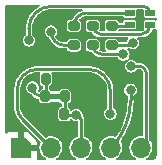
<source format=gbr>
%TF.GenerationSoftware,KiCad,Pcbnew,(6.0.5-0)*%
%TF.CreationDate,2022-06-27T15:27:31+01:00*%
%TF.ProjectId,Generic0,47656e65-7269-4633-902e-6b696361645f,1*%
%TF.SameCoordinates,Original*%
%TF.FileFunction,Copper,L2,Bot*%
%TF.FilePolarity,Positive*%
%FSLAX46Y46*%
G04 Gerber Fmt 4.6, Leading zero omitted, Abs format (unit mm)*
G04 Created by KiCad (PCBNEW (6.0.5-0)) date 2022-06-27 15:27:31*
%MOMM*%
%LPD*%
G01*
G04 APERTURE LIST*
G04 Aperture macros list*
%AMRoundRect*
0 Rectangle with rounded corners*
0 $1 Rounding radius*
0 $2 $3 $4 $5 $6 $7 $8 $9 X,Y pos of 4 corners*
0 Add a 4 corners polygon primitive as box body*
4,1,4,$2,$3,$4,$5,$6,$7,$8,$9,$2,$3,0*
0 Add four circle primitives for the rounded corners*
1,1,$1+$1,$2,$3*
1,1,$1+$1,$4,$5*
1,1,$1+$1,$6,$7*
1,1,$1+$1,$8,$9*
0 Add four rect primitives between the rounded corners*
20,1,$1+$1,$2,$3,$4,$5,0*
20,1,$1+$1,$4,$5,$6,$7,0*
20,1,$1+$1,$6,$7,$8,$9,0*
20,1,$1+$1,$8,$9,$2,$3,0*%
%AMOutline5P*
0 Free polygon, 5 corners , with rotation*
0 The origin of the aperture is its center*
0 number of corners: always 5*
0 $1 to $10 corner X, Y*
0 $11 Rotation angle, in degrees counterclockwise*
0 create outline with 5 corners*
4,1,5,$1,$2,$3,$4,$5,$6,$7,$8,$9,$10,$1,$2,$11*%
%AMOutline6P*
0 Free polygon, 6 corners , with rotation*
0 The origin of the aperture is its center*
0 number of corners: always 6*
0 $1 to $12 corner X, Y*
0 $13 Rotation angle, in degrees counterclockwise*
0 create outline with 6 corners*
4,1,6,$1,$2,$3,$4,$5,$6,$7,$8,$9,$10,$11,$12,$1,$2,$13*%
%AMOutline7P*
0 Free polygon, 7 corners , with rotation*
0 The origin of the aperture is its center*
0 number of corners: always 7*
0 $1 to $14 corner X, Y*
0 $15 Rotation angle, in degrees counterclockwise*
0 create outline with 7 corners*
4,1,7,$1,$2,$3,$4,$5,$6,$7,$8,$9,$10,$11,$12,$13,$14,$1,$2,$15*%
%AMOutline8P*
0 Free polygon, 8 corners , with rotation*
0 The origin of the aperture is its center*
0 number of corners: always 8*
0 $1 to $16 corner X, Y*
0 $17 Rotation angle, in degrees counterclockwise*
0 create outline with 8 corners*
4,1,8,$1,$2,$3,$4,$5,$6,$7,$8,$9,$10,$11,$12,$13,$14,$15,$16,$1,$2,$17*%
G04 Aperture macros list end*
%TA.AperFunction,ComponentPad*%
%ADD10Outline5P,-0.850000X0.850000X0.850000X0.850000X0.850000X-0.850000X-0.340000X-0.850000X-0.850000X-0.340000X180.000000*%
%TD*%
%TA.AperFunction,ComponentPad*%
%ADD11O,1.700000X1.700000*%
%TD*%
%TA.AperFunction,SMDPad,CuDef*%
%ADD12RoundRect,0.200000X-0.275000X0.200000X-0.275000X-0.200000X0.275000X-0.200000X0.275000X0.200000X0*%
%TD*%
%TA.AperFunction,SMDPad,CuDef*%
%ADD13RoundRect,0.200000X0.200000X0.275000X-0.200000X0.275000X-0.200000X-0.275000X0.200000X-0.275000X0*%
%TD*%
%TA.AperFunction,SMDPad,CuDef*%
%ADD14R,0.850000X0.500000*%
%TD*%
%TA.AperFunction,ViaPad*%
%ADD15C,0.800000*%
%TD*%
%TA.AperFunction,Conductor*%
%ADD16C,0.250000*%
%TD*%
G04 APERTURE END LIST*
%TO.C,R4*%
G36*
X98300000Y-46750000D02*
G01*
X97300000Y-46750000D01*
X97300000Y-46350000D01*
X98300000Y-46350000D01*
X98300000Y-46750000D01*
G37*
%TD*%
D10*
%TO.P,J1,1,GND*%
%TO.N,GND*%
X94920000Y-50900000D03*
D11*
%TO.P,J1,2,0*%
%TO.N,GPIO0*%
X97460000Y-50900000D03*
%TO.P,J1,3,3V3*%
%TO.N,+3V3*%
X100000000Y-50900000D03*
%TO.P,J1,4,Rx*%
%TO.N,RX*%
X102540000Y-50900000D03*
%TO.P,J1,5,Tx*%
%TO.N,TX*%
X105080000Y-50900000D03*
%TD*%
D12*
%TO.P,R2,1*%
%TO.N,Net-(D1-Pad3)*%
X102600000Y-40575000D03*
%TO.P,R2,2*%
%TO.N,G*%
X102600000Y-42225000D03*
%TD*%
D13*
%TO.P,C1,1*%
%TO.N,GND*%
X98575000Y-45050000D03*
%TO.P,C1,2*%
%TO.N,EN*%
X97025000Y-45050000D03*
%TD*%
D12*
%TO.P,R1,1*%
%TO.N,Net-(D1-Pad2)*%
X99400000Y-40575000D03*
%TO.P,R1,2*%
%TO.N,R*%
X99400000Y-42225000D03*
%TD*%
%TO.P,R3,1*%
%TO.N,Net-(D1-Pad4)*%
X101000000Y-40575000D03*
%TO.P,R3,2*%
%TO.N,B*%
X101000000Y-42225000D03*
%TD*%
D13*
%TO.P,R4,1*%
%TO.N,+3V3*%
X98625000Y-46550000D03*
%TO.P,R4,2*%
%TO.N,EN*%
X96975000Y-46550000D03*
%TD*%
D14*
%TO.P,D1,1,A*%
%TO.N,+3V3*%
X105875000Y-39500000D03*
%TO.P,D1,2,RK*%
%TO.N,Net-(D1-Pad2)*%
X104125000Y-39500000D03*
%TO.P,D1,3,GK*%
%TO.N,Net-(D1-Pad3)*%
X104125000Y-40500000D03*
%TO.P,D1,4,BK*%
%TO.N,Net-(D1-Pad4)*%
X105875000Y-40500000D03*
%TD*%
D13*
%TO.P,C2,1*%
%TO.N,+3V3*%
X98575000Y-48050000D03*
%TO.P,C2,2*%
%TO.N,GND*%
X97025000Y-48050000D03*
%TD*%
D15*
%TO.N,GND*%
X95400000Y-47400000D03*
X94800000Y-40000000D03*
X95600000Y-43200000D03*
%TO.N,TX*%
X104250000Y-44000000D03*
%TO.N,RX*%
X104200000Y-46000000D03*
%TO.N,EN*%
X95900000Y-45800000D03*
%TO.N,GPIO0*%
X102500000Y-48000000D03*
%TO.N,R*%
X97469964Y-41069964D03*
%TO.N,G*%
X104402456Y-42024020D03*
%TO.N,B*%
X103600000Y-43000000D03*
%TO.N,+3V3*%
X95600000Y-41800000D03*
X99620136Y-48121366D03*
%TD*%
D16*
%TO.N,TX*%
X104250000Y-44000000D02*
X105000000Y-44000000D01*
X105500000Y-44500000D02*
X105500000Y-50480000D01*
X105080000Y-50900000D02*
G75*
G03*
X105500000Y-50480000I0J420000D01*
G01*
X105500000Y-44500000D02*
G75*
G03*
X105000000Y-44000000I-500000J0D01*
G01*
%TO.N,RX*%
X104200000Y-46000000D02*
X104200000Y-46892406D01*
X102539998Y-50899998D02*
G75*
G03*
X104200000Y-46892406I-4007598J4007598D01*
G01*
%TO.N,Net-(D1-Pad2)*%
X104125000Y-39500000D02*
X100475000Y-39500000D01*
X99400000Y-40575000D02*
G75*
G02*
X100475000Y-39500000I1075000J0D01*
G01*
%TO.N,EN*%
X97025000Y-45050000D02*
X97025000Y-46500000D01*
X96975000Y-46550000D02*
X96650000Y-46550000D01*
X97025000Y-46500000D02*
X96975000Y-46550000D01*
X95900000Y-45800000D02*
G75*
G03*
X96650000Y-46550000I750000J0D01*
G01*
%TO.N,Net-(D1-Pad3)*%
X104050000Y-40575000D02*
X104125000Y-40500000D01*
X102600000Y-40575000D02*
X104050000Y-40575000D01*
%TO.N,Net-(D1-Pad4)*%
X105075480Y-41299520D02*
X101724520Y-41299520D01*
X100999980Y-40575000D02*
G75*
G03*
X101724520Y-41299520I724520J0D01*
G01*
X105075480Y-41299500D02*
G75*
G03*
X105875000Y-40500000I20J799500D01*
G01*
%TO.N,GPIO0*%
X97460000Y-50900000D02*
X95052549Y-48492549D01*
X94600000Y-47400000D02*
X94600000Y-46000000D01*
X102500000Y-48000000D02*
X102500000Y-46100000D01*
X96349520Y-44250480D02*
X100650480Y-44250480D01*
X100650480Y-44250500D02*
G75*
G02*
X102500000Y-46100000I20J-1849500D01*
G01*
X94600001Y-47400000D02*
G75*
G03*
X95052549Y-48492549I1545099J0D01*
G01*
X96349520Y-44250500D02*
G75*
G03*
X94600000Y-46000000I-20J-1749500D01*
G01*
%TO.N,R*%
X99400000Y-42225000D02*
X98625000Y-42225000D01*
X97470000Y-41069964D02*
G75*
G03*
X98625000Y-42225000I1155000J-36D01*
G01*
%TO.N,G*%
X102600000Y-42225000D02*
X104201476Y-42225000D01*
X104201476Y-42225000D02*
X104402456Y-42024020D01*
%TO.N,B*%
X101775000Y-43000000D02*
X103600000Y-43000000D01*
X101775000Y-43000000D02*
G75*
G02*
X101000000Y-42225000I0J775000D01*
G01*
%TO.N,+3V3*%
X98646366Y-48121366D02*
X98575000Y-48050000D01*
X100000000Y-48501230D02*
X100000000Y-50900000D01*
X98625000Y-48000000D02*
X98575000Y-48050000D01*
X99620136Y-48121366D02*
X98646366Y-48121366D01*
X98625000Y-46550000D02*
X98625000Y-48000000D01*
X95600000Y-41800000D02*
X95600000Y-40800000D01*
X97474511Y-38925489D02*
X105300489Y-38925489D01*
X97474511Y-38925500D02*
G75*
G03*
X95600000Y-40800000I-11J-1874500D01*
G01*
X99999934Y-48501230D02*
G75*
G03*
X99620136Y-48121366I-379834J30D01*
G01*
X105875011Y-39500000D02*
G75*
G03*
X105300489Y-38925489I-574511J0D01*
G01*
%TD*%
%TA.AperFunction,Conductor*%
%TO.N,GND*%
G36*
X96540580Y-44518993D02*
G01*
X96558593Y-44562480D01*
X96552831Y-44588470D01*
X96505741Y-44689455D01*
X96499500Y-44736861D01*
X96499501Y-45363138D01*
X96505741Y-45410545D01*
X96554253Y-45514579D01*
X96635421Y-45595747D01*
X96640298Y-45598021D01*
X96738991Y-45644043D01*
X96770791Y-45678747D01*
X96774500Y-45699781D01*
X96774500Y-45890611D01*
X96756487Y-45934098D01*
X96721027Y-45951585D01*
X96694119Y-45955127D01*
X96694118Y-45955127D01*
X96689455Y-45955741D01*
X96585421Y-46004253D01*
X96504253Y-46085421D01*
X96498860Y-46096986D01*
X96458254Y-46184065D01*
X96423550Y-46215865D01*
X96376525Y-46213812D01*
X96369802Y-46210151D01*
X96344576Y-46194301D01*
X96317339Y-46155913D01*
X96325223Y-46109508D01*
X96328506Y-46104789D01*
X96339874Y-46089974D01*
X96359024Y-46065017D01*
X96375735Y-46024674D01*
X96410431Y-45940908D01*
X96411974Y-45937183D01*
X96430035Y-45800000D01*
X96411974Y-45662817D01*
X96378487Y-45581972D01*
X96360566Y-45538705D01*
X96360565Y-45538703D01*
X96359024Y-45534983D01*
X96274791Y-45425209D01*
X96165018Y-45340976D01*
X96161298Y-45339435D01*
X96161296Y-45339434D01*
X96040908Y-45289569D01*
X96040909Y-45289569D01*
X96037183Y-45288026D01*
X95900000Y-45269965D01*
X95762817Y-45288026D01*
X95759092Y-45289569D01*
X95638705Y-45339434D01*
X95638703Y-45339435D01*
X95634983Y-45340976D01*
X95525209Y-45425209D01*
X95440976Y-45534983D01*
X95439435Y-45538703D01*
X95439434Y-45538705D01*
X95421513Y-45581972D01*
X95388026Y-45662817D01*
X95369965Y-45800000D01*
X95388026Y-45937183D01*
X95389569Y-45940908D01*
X95424266Y-46024674D01*
X95440976Y-46065017D01*
X95443430Y-46068215D01*
X95499210Y-46140908D01*
X95525209Y-46174791D01*
X95634982Y-46259024D01*
X95638702Y-46260565D01*
X95638704Y-46260566D01*
X95657171Y-46268215D01*
X95762817Y-46311974D01*
X95766807Y-46312499D01*
X95770620Y-46313521D01*
X95805081Y-46337650D01*
X95831088Y-46374791D01*
X95880645Y-46445566D01*
X96004434Y-46569355D01*
X96147839Y-46669768D01*
X96306502Y-46743754D01*
X96403920Y-46769857D01*
X96441261Y-46798510D01*
X96449501Y-46829260D01*
X96449501Y-46863138D01*
X96455741Y-46910545D01*
X96504253Y-47014579D01*
X96585421Y-47095747D01*
X96689455Y-47144259D01*
X96694117Y-47144873D01*
X96694118Y-47144873D01*
X96712019Y-47147230D01*
X96736861Y-47150500D01*
X96974940Y-47150500D01*
X97213138Y-47150499D01*
X97215128Y-47150237D01*
X97215129Y-47150237D01*
X97255881Y-47144873D01*
X97255882Y-47144873D01*
X97260545Y-47144259D01*
X97364579Y-47095747D01*
X97417313Y-47043013D01*
X97460800Y-47025000D01*
X98139200Y-47025000D01*
X98182687Y-47043013D01*
X98235421Y-47095747D01*
X98240298Y-47098021D01*
X98338991Y-47144043D01*
X98370791Y-47178747D01*
X98374500Y-47199781D01*
X98374500Y-47390611D01*
X98356487Y-47434098D01*
X98321027Y-47451585D01*
X98294119Y-47455127D01*
X98294118Y-47455127D01*
X98289455Y-47455741D01*
X98185421Y-47504253D01*
X98104253Y-47585421D01*
X98055741Y-47689455D01*
X98049500Y-47736861D01*
X98049501Y-48363138D01*
X98055741Y-48410545D01*
X98104253Y-48514579D01*
X98185421Y-48595747D01*
X98289455Y-48644259D01*
X98294117Y-48644873D01*
X98294118Y-48644873D01*
X98312019Y-48647230D01*
X98336861Y-48650500D01*
X98574940Y-48650500D01*
X98813138Y-48650499D01*
X98815128Y-48650237D01*
X98815129Y-48650237D01*
X98855881Y-48644873D01*
X98855882Y-48644873D01*
X98860545Y-48644259D01*
X98964579Y-48595747D01*
X99045747Y-48514579D01*
X99083706Y-48433176D01*
X99118409Y-48401377D01*
X99165434Y-48403430D01*
X99188234Y-48421729D01*
X99242891Y-48492959D01*
X99245345Y-48496157D01*
X99355118Y-48580390D01*
X99358838Y-48581931D01*
X99358840Y-48581932D01*
X99454713Y-48621643D01*
X99482953Y-48633340D01*
X99620136Y-48651401D01*
X99679972Y-48643523D01*
X99725438Y-48655705D01*
X99748974Y-48696469D01*
X99749500Y-48704497D01*
X99749500Y-49910802D01*
X99731487Y-49954289D01*
X99705364Y-49969800D01*
X99632803Y-49991156D01*
X99630133Y-49992552D01*
X99465935Y-50078392D01*
X99465930Y-50078396D01*
X99463268Y-50079787D01*
X99460924Y-50081672D01*
X99460922Y-50081673D01*
X99356732Y-50165444D01*
X99314176Y-50199660D01*
X99312246Y-50201960D01*
X99304128Y-50211635D01*
X99191207Y-50346208D01*
X99189762Y-50348837D01*
X99189761Y-50348838D01*
X99178072Y-50370100D01*
X99099045Y-50513850D01*
X99098137Y-50516713D01*
X99057125Y-50646000D01*
X99041200Y-50696201D01*
X99019876Y-50886314D01*
X99035884Y-51076948D01*
X99036711Y-51079833D01*
X99036712Y-51079837D01*
X99047416Y-51117166D01*
X99088614Y-51260843D01*
X99176060Y-51430993D01*
X99294889Y-51580918D01*
X99440575Y-51704907D01*
X99443201Y-51706375D01*
X99443203Y-51706376D01*
X99582659Y-51784315D01*
X99611832Y-51821255D01*
X99606341Y-51868003D01*
X99569401Y-51897176D01*
X99552656Y-51899500D01*
X97903127Y-51899500D01*
X97859640Y-51881487D01*
X97841627Y-51838000D01*
X97859640Y-51794513D01*
X97875398Y-51783106D01*
X97985228Y-51727627D01*
X98019014Y-51701231D01*
X98133605Y-51611703D01*
X98133606Y-51611702D01*
X98135979Y-51609848D01*
X98144790Y-51599641D01*
X98259015Y-51467309D01*
X98259016Y-51467308D01*
X98260982Y-51465030D01*
X98355476Y-51298691D01*
X98385668Y-51207929D01*
X98414911Y-51120023D01*
X98414912Y-51120019D01*
X98415861Y-51117166D01*
X98439838Y-50927369D01*
X98440220Y-50900000D01*
X98421552Y-50709608D01*
X98366259Y-50526467D01*
X98276446Y-50357555D01*
X98265319Y-50343911D01*
X98157437Y-50211635D01*
X98155535Y-50209303D01*
X98130500Y-50188592D01*
X98010446Y-50089275D01*
X98010444Y-50089274D01*
X98008132Y-50087361D01*
X98005488Y-50085932D01*
X98005486Y-50085930D01*
X97842495Y-49997800D01*
X97842490Y-49997798D01*
X97839851Y-49996371D01*
X97836985Y-49995484D01*
X97836983Y-49995483D01*
X97753816Y-49969739D01*
X97657101Y-49939801D01*
X97631803Y-49937142D01*
X97469830Y-49920118D01*
X97469831Y-49920118D01*
X97466843Y-49919804D01*
X97463854Y-49920076D01*
X97463853Y-49920076D01*
X97279322Y-49936869D01*
X97279319Y-49936869D01*
X97276325Y-49937142D01*
X97092803Y-49991156D01*
X97009783Y-50034558D01*
X96962900Y-50038743D01*
X96937804Y-50023544D01*
X95251412Y-48337152D01*
X95243763Y-48327832D01*
X95236515Y-48316984D01*
X95233150Y-48311948D01*
X95225233Y-48306658D01*
X95212636Y-48295464D01*
X95100890Y-48164625D01*
X95095218Y-48156818D01*
X94994135Y-47991865D01*
X94989753Y-47983266D01*
X94915715Y-47804524D01*
X94912733Y-47795346D01*
X94867569Y-47607222D01*
X94866060Y-47597690D01*
X94852560Y-47426157D01*
X94853551Y-47409337D01*
X94854226Y-47405943D01*
X94854226Y-47405942D01*
X94855408Y-47400000D01*
X94851682Y-47381268D01*
X94850500Y-47369270D01*
X94850500Y-46030730D01*
X94851682Y-46018732D01*
X94854226Y-46005942D01*
X94854226Y-46005941D01*
X94855408Y-46000000D01*
X94853414Y-45989974D01*
X94852389Y-45973590D01*
X94865444Y-45791063D01*
X94866692Y-45782377D01*
X94896494Y-45645380D01*
X94910288Y-45581968D01*
X94912760Y-45573553D01*
X94919565Y-45555310D01*
X94984427Y-45381410D01*
X94988071Y-45373430D01*
X95086356Y-45193435D01*
X95091100Y-45186053D01*
X95214001Y-45021878D01*
X95219747Y-45015247D01*
X95364759Y-44870237D01*
X95371391Y-44864490D01*
X95535570Y-44741589D01*
X95542951Y-44736846D01*
X95722945Y-44638563D01*
X95730920Y-44634921D01*
X95923075Y-44563253D01*
X95931494Y-44560781D01*
X96131891Y-44517189D01*
X96140576Y-44515941D01*
X96323178Y-44502883D01*
X96339564Y-44503908D01*
X96349517Y-44505888D01*
X96368250Y-44502162D01*
X96380247Y-44500980D01*
X96497093Y-44500980D01*
X96540580Y-44518993D01*
G37*
%TD.AperFunction*%
%TA.AperFunction,Conductor*%
G36*
X96504258Y-38818513D02*
G01*
X96522271Y-38862000D01*
X96504258Y-38905487D01*
X96487972Y-38917157D01*
X96409727Y-38955743D01*
X96408054Y-38956861D01*
X96408052Y-38956862D01*
X96280497Y-39042091D01*
X96178112Y-39110502D01*
X96176594Y-39111833D01*
X96176593Y-39111834D01*
X96100106Y-39178911D01*
X95968678Y-39294169D01*
X95967352Y-39295681D01*
X95786338Y-39502087D01*
X95786334Y-39502093D01*
X95785010Y-39503602D01*
X95630249Y-39735216D01*
X95629361Y-39737016D01*
X95629359Y-39737020D01*
X95601740Y-39793026D01*
X95507044Y-39985050D01*
X95506398Y-39986954D01*
X95506396Y-39986958D01*
X95420276Y-40240662D01*
X95417504Y-40248827D01*
X95417112Y-40250800D01*
X95417111Y-40250802D01*
X95400389Y-40334871D01*
X95363159Y-40522036D01*
X95345111Y-40797391D01*
X95344592Y-40800000D01*
X95345774Y-40805942D01*
X95348318Y-40818732D01*
X95349500Y-40830730D01*
X95349500Y-41299508D01*
X95331487Y-41342995D01*
X95325439Y-41348299D01*
X95243378Y-41411267D01*
X95225209Y-41425209D01*
X95222755Y-41428407D01*
X95183092Y-41480096D01*
X95140976Y-41534983D01*
X95088026Y-41662817D01*
X95069965Y-41800000D01*
X95088026Y-41937183D01*
X95089569Y-41940908D01*
X95123995Y-42024020D01*
X95140976Y-42065017D01*
X95143430Y-42068215D01*
X95214783Y-42161203D01*
X95225209Y-42174791D01*
X95228407Y-42177245D01*
X95280096Y-42216908D01*
X95334982Y-42259024D01*
X95338702Y-42260565D01*
X95338704Y-42260566D01*
X95398455Y-42285315D01*
X95462817Y-42311974D01*
X95600000Y-42330035D01*
X95737183Y-42311974D01*
X95801545Y-42285315D01*
X95861296Y-42260566D01*
X95861298Y-42260565D01*
X95865018Y-42259024D01*
X95919905Y-42216907D01*
X95971593Y-42177245D01*
X95974791Y-42174791D01*
X95985218Y-42161203D01*
X96056570Y-42068215D01*
X96059024Y-42065017D01*
X96076006Y-42024020D01*
X96110431Y-41940908D01*
X96111974Y-41937183D01*
X96130035Y-41800000D01*
X96111974Y-41662817D01*
X96059024Y-41534983D01*
X96016908Y-41480096D01*
X95977245Y-41428407D01*
X95974791Y-41425209D01*
X95874561Y-41348298D01*
X95851026Y-41307535D01*
X95850500Y-41299508D01*
X95850500Y-41069964D01*
X96939929Y-41069964D01*
X96957990Y-41207147D01*
X96959533Y-41210872D01*
X97007348Y-41326308D01*
X97010940Y-41334981D01*
X97013394Y-41338179D01*
X97071532Y-41413945D01*
X97095173Y-41444755D01*
X97204946Y-41528988D01*
X97208670Y-41530531D01*
X97208671Y-41530531D01*
X97288687Y-41563674D01*
X97321972Y-41596959D01*
X97350905Y-41666814D01*
X97368804Y-41710029D01*
X97370065Y-41712086D01*
X97370065Y-41712087D01*
X97483134Y-41896608D01*
X97483137Y-41896613D01*
X97484395Y-41898665D01*
X97485961Y-41900499D01*
X97485962Y-41900500D01*
X97549162Y-41974500D01*
X97628073Y-42066896D01*
X97796299Y-42210579D01*
X97984932Y-42326176D01*
X98189325Y-42410841D01*
X98308895Y-42439548D01*
X98402093Y-42461923D01*
X98402095Y-42461923D01*
X98404447Y-42462488D01*
X98616709Y-42479193D01*
X98616945Y-42479226D01*
X98617123Y-42479226D01*
X98620325Y-42479478D01*
X98625000Y-42480408D01*
X98630942Y-42479226D01*
X98643732Y-42476682D01*
X98655730Y-42475500D01*
X98750219Y-42475500D01*
X98793706Y-42493513D01*
X98805957Y-42511009D01*
X98817608Y-42535994D01*
X98854253Y-42614579D01*
X98935421Y-42695747D01*
X99039455Y-42744259D01*
X99044117Y-42744873D01*
X99044118Y-42744873D01*
X99051616Y-42745860D01*
X99086861Y-42750500D01*
X99399922Y-42750500D01*
X99713138Y-42750499D01*
X99715128Y-42750237D01*
X99715129Y-42750237D01*
X99755881Y-42744873D01*
X99755882Y-42744873D01*
X99760545Y-42744259D01*
X99864579Y-42695747D01*
X99945747Y-42614579D01*
X99994259Y-42510545D01*
X100000500Y-42463139D01*
X100000499Y-41986862D01*
X99994259Y-41939455D01*
X99945747Y-41835421D01*
X99864579Y-41754253D01*
X99760545Y-41705741D01*
X99755883Y-41705127D01*
X99755882Y-41705127D01*
X99737981Y-41702770D01*
X99713139Y-41699500D01*
X99400078Y-41699500D01*
X99086862Y-41699501D01*
X99084872Y-41699763D01*
X99084871Y-41699763D01*
X99044119Y-41705127D01*
X99044118Y-41705127D01*
X99039455Y-41705741D01*
X98935421Y-41754253D01*
X98854253Y-41835421D01*
X98851979Y-41840298D01*
X98805957Y-41938991D01*
X98771253Y-41970791D01*
X98750219Y-41974500D01*
X98655730Y-41974500D01*
X98643732Y-41973318D01*
X98632556Y-41971095D01*
X98625000Y-41969592D01*
X98617444Y-41971095D01*
X98599420Y-41971981D01*
X98454564Y-41957714D01*
X98442743Y-41955362D01*
X98284651Y-41907404D01*
X98273513Y-41902790D01*
X98127823Y-41824915D01*
X98117798Y-41818217D01*
X98044496Y-41758058D01*
X97990091Y-41713408D01*
X97981567Y-41704883D01*
X97977366Y-41699763D01*
X97876770Y-41577183D01*
X97870072Y-41567158D01*
X97839807Y-41510532D01*
X97835195Y-41463689D01*
X97845255Y-41444104D01*
X97926534Y-41338179D01*
X97928988Y-41334981D01*
X97932581Y-41326308D01*
X97980395Y-41210872D01*
X97981938Y-41207147D01*
X97999999Y-41069964D01*
X97981938Y-40932781D01*
X97957088Y-40872786D01*
X97930530Y-40808669D01*
X97930529Y-40808667D01*
X97928988Y-40804947D01*
X97844755Y-40695173D01*
X97734982Y-40610940D01*
X97731262Y-40609399D01*
X97731260Y-40609398D01*
X97610872Y-40559533D01*
X97610873Y-40559533D01*
X97607147Y-40557990D01*
X97469964Y-40539929D01*
X97332781Y-40557990D01*
X97329056Y-40559533D01*
X97208669Y-40609398D01*
X97208667Y-40609399D01*
X97204947Y-40610940D01*
X97095173Y-40695173D01*
X97010940Y-40804947D01*
X97009399Y-40808667D01*
X97009398Y-40808669D01*
X96982840Y-40872786D01*
X96957990Y-40932781D01*
X96939929Y-41069964D01*
X95850500Y-41069964D01*
X95850500Y-40830730D01*
X95851682Y-40818732D01*
X95854226Y-40805942D01*
X95855408Y-40800000D01*
X95854022Y-40793028D01*
X95853414Y-40789974D01*
X95852389Y-40773590D01*
X95866716Y-40573274D01*
X95867964Y-40564588D01*
X95915350Y-40346757D01*
X95917823Y-40338338D01*
X95922985Y-40324500D01*
X95995722Y-40129485D01*
X95999366Y-40121505D01*
X96030421Y-40064633D01*
X96067529Y-39996673D01*
X96106198Y-39925857D01*
X96110942Y-39918475D01*
X96244531Y-39740023D01*
X96250277Y-39733392D01*
X96407902Y-39575767D01*
X96414534Y-39570021D01*
X96592980Y-39436439D01*
X96600361Y-39431695D01*
X96796013Y-39324862D01*
X96803980Y-39321223D01*
X97012859Y-39243316D01*
X97021268Y-39240847D01*
X97239096Y-39193463D01*
X97247781Y-39192215D01*
X97448140Y-39177886D01*
X97464525Y-39178911D01*
X97468567Y-39179715D01*
X97468568Y-39179715D01*
X97474510Y-39180897D01*
X97493243Y-39177171D01*
X97505240Y-39175989D01*
X100104698Y-39175989D01*
X100148185Y-39194002D01*
X100166198Y-39237489D01*
X100148185Y-39280976D01*
X100119055Y-39297290D01*
X100066475Y-39309913D01*
X100066472Y-39309914D01*
X100064131Y-39310476D01*
X99871375Y-39390319D01*
X99693481Y-39499332D01*
X99534832Y-39634832D01*
X99399332Y-39793481D01*
X99290319Y-39971375D01*
X99283865Y-39986958D01*
X99273684Y-40011536D01*
X99240400Y-40044819D01*
X99216865Y-40049501D01*
X99086862Y-40049501D01*
X99084872Y-40049763D01*
X99084871Y-40049763D01*
X99044119Y-40055127D01*
X99044118Y-40055127D01*
X99039455Y-40055741D01*
X98935421Y-40104253D01*
X98854253Y-40185421D01*
X98805741Y-40289455D01*
X98799500Y-40336861D01*
X98799501Y-40813138D01*
X98799763Y-40815128D01*
X98799763Y-40815129D01*
X98804665Y-40852367D01*
X98805741Y-40860545D01*
X98854253Y-40964579D01*
X98935421Y-41045747D01*
X99039455Y-41094259D01*
X99044117Y-41094873D01*
X99044118Y-41094873D01*
X99062019Y-41097230D01*
X99086861Y-41100500D01*
X99399922Y-41100500D01*
X99713138Y-41100499D01*
X99715128Y-41100237D01*
X99715129Y-41100237D01*
X99755881Y-41094873D01*
X99755882Y-41094873D01*
X99760545Y-41094259D01*
X99864579Y-41045747D01*
X99945747Y-40964579D01*
X99994259Y-40860545D01*
X100000500Y-40813139D01*
X100000499Y-40336862D01*
X99994259Y-40289455D01*
X99945747Y-40185421D01*
X99868446Y-40108120D01*
X99850433Y-40064633D01*
X99864392Y-40025619D01*
X99875949Y-40011536D01*
X99888150Y-39996669D01*
X99896669Y-39988150D01*
X100012251Y-39893295D01*
X100022273Y-39886598D01*
X100062956Y-39864853D01*
X100154134Y-39816117D01*
X100165274Y-39811503D01*
X100306994Y-39768513D01*
X100308354Y-39768101D01*
X100320173Y-39765750D01*
X100449421Y-39753019D01*
X100467450Y-39753906D01*
X100469058Y-39754226D01*
X100469059Y-39754226D01*
X100475000Y-39755408D01*
X100480942Y-39754226D01*
X100493732Y-39751682D01*
X100505730Y-39750500D01*
X103521891Y-39750500D01*
X103565378Y-39768513D01*
X103578709Y-39788464D01*
X103580599Y-39793026D01*
X103581781Y-39798968D01*
X103585147Y-39804005D01*
X103585147Y-39804006D01*
X103600500Y-39826983D01*
X103609519Y-39840481D01*
X103651032Y-39868219D01*
X103687637Y-39875500D01*
X103690662Y-39875500D01*
X104125434Y-39875499D01*
X104562362Y-39875499D01*
X104598968Y-39868219D01*
X104640481Y-39840481D01*
X104649500Y-39826983D01*
X104664853Y-39804006D01*
X104664853Y-39804005D01*
X104668219Y-39798968D01*
X104675500Y-39762363D01*
X104675500Y-39499332D01*
X104675499Y-39237638D01*
X104677602Y-39237638D01*
X104689360Y-39198577D01*
X104730824Y-39176298D01*
X104736984Y-39175989D01*
X105263015Y-39175989D01*
X105306502Y-39194002D01*
X105324515Y-39237489D01*
X105324510Y-39237586D01*
X105324500Y-39237637D01*
X105324501Y-39762362D01*
X105331781Y-39798968D01*
X105335147Y-39804005D01*
X105335147Y-39804006D01*
X105350500Y-39826983D01*
X105359519Y-39840481D01*
X105401032Y-39868219D01*
X105437637Y-39875500D01*
X105440662Y-39875500D01*
X105875434Y-39875499D01*
X106312362Y-39875499D01*
X106326004Y-39872786D01*
X106372170Y-39881971D01*
X106398319Y-39921109D01*
X106399500Y-39933105D01*
X106399500Y-40066895D01*
X106381487Y-40110382D01*
X106338000Y-40128395D01*
X106326003Y-40127213D01*
X106312363Y-40124500D01*
X106309338Y-40124500D01*
X105874566Y-40124501D01*
X105437638Y-40124501D01*
X105401032Y-40131781D01*
X105359519Y-40159519D01*
X105331781Y-40201032D01*
X105324500Y-40237637D01*
X105324501Y-40762362D01*
X105331781Y-40798968D01*
X105335147Y-40804005D01*
X105335147Y-40804006D01*
X105341249Y-40813138D01*
X105359519Y-40840481D01*
X105377308Y-40852367D01*
X105403458Y-40891505D01*
X105394275Y-40937670D01*
X105375859Y-40955576D01*
X105319558Y-40990951D01*
X105307154Y-40996924D01*
X105204190Y-41032951D01*
X105190767Y-41036014D01*
X105154187Y-41040134D01*
X105100679Y-41046162D01*
X105081796Y-41045367D01*
X105081429Y-41045294D01*
X105081427Y-41045294D01*
X105075486Y-41044112D01*
X105069543Y-41045294D01*
X105056753Y-41047838D01*
X105044756Y-41049020D01*
X103202907Y-41049020D01*
X103159420Y-41031007D01*
X103141407Y-40987520D01*
X103147169Y-40961529D01*
X103194043Y-40861009D01*
X103228747Y-40829209D01*
X103249781Y-40825500D01*
X103570736Y-40825500D01*
X103608952Y-40841330D01*
X103609519Y-40840481D01*
X103651032Y-40868219D01*
X103687637Y-40875500D01*
X103690662Y-40875500D01*
X104125434Y-40875499D01*
X104562362Y-40875499D01*
X104598968Y-40868219D01*
X104640481Y-40840481D01*
X104658751Y-40813138D01*
X104664853Y-40804006D01*
X104664853Y-40804005D01*
X104668219Y-40798968D01*
X104675500Y-40762363D01*
X104675499Y-40237638D01*
X104668219Y-40201032D01*
X104640481Y-40159519D01*
X104598968Y-40131781D01*
X104562363Y-40124500D01*
X104559338Y-40124500D01*
X104124566Y-40124501D01*
X103687638Y-40124501D01*
X103651032Y-40131781D01*
X103609519Y-40159519D01*
X103581781Y-40201032D01*
X103574500Y-40237637D01*
X103574500Y-40263000D01*
X103556487Y-40306487D01*
X103513000Y-40324500D01*
X103249781Y-40324500D01*
X103206294Y-40306487D01*
X103194043Y-40288991D01*
X103155796Y-40206972D01*
X103145747Y-40185421D01*
X103064579Y-40104253D01*
X102960545Y-40055741D01*
X102955883Y-40055127D01*
X102955882Y-40055127D01*
X102937981Y-40052770D01*
X102913139Y-40049500D01*
X102600078Y-40049500D01*
X102286862Y-40049501D01*
X102284872Y-40049763D01*
X102284871Y-40049763D01*
X102244119Y-40055127D01*
X102244118Y-40055127D01*
X102239455Y-40055741D01*
X102135421Y-40104253D01*
X102054253Y-40185421D01*
X102005741Y-40289455D01*
X101999500Y-40336861D01*
X101999501Y-40813138D01*
X101999763Y-40815128D01*
X101999763Y-40815129D01*
X102004665Y-40852367D01*
X102005741Y-40860545D01*
X102039577Y-40933105D01*
X102052831Y-40961529D01*
X102054884Y-41008554D01*
X102023084Y-41043258D01*
X101997093Y-41049020D01*
X101755249Y-41049020D01*
X101743253Y-41047839D01*
X101730453Y-41045293D01*
X101730451Y-41045293D01*
X101724513Y-41044112D01*
X101718574Y-41045294D01*
X101713226Y-41045294D01*
X101699599Y-41045741D01*
X101609851Y-41033927D01*
X101594342Y-41029771D01*
X101591833Y-41028732D01*
X101587485Y-41026931D01*
X101554204Y-40993645D01*
X101555286Y-40944123D01*
X101590130Y-40869400D01*
X101594259Y-40860545D01*
X101600500Y-40813139D01*
X101600499Y-40336862D01*
X101594259Y-40289455D01*
X101545747Y-40185421D01*
X101464579Y-40104253D01*
X101360545Y-40055741D01*
X101355883Y-40055127D01*
X101355882Y-40055127D01*
X101337981Y-40052770D01*
X101313139Y-40049500D01*
X101000078Y-40049500D01*
X100686862Y-40049501D01*
X100684872Y-40049763D01*
X100684871Y-40049763D01*
X100644119Y-40055127D01*
X100644118Y-40055127D01*
X100639455Y-40055741D01*
X100535421Y-40104253D01*
X100454253Y-40185421D01*
X100405741Y-40289455D01*
X100399500Y-40336861D01*
X100399501Y-40813138D01*
X100399763Y-40815128D01*
X100399763Y-40815129D01*
X100404665Y-40852367D01*
X100405741Y-40860545D01*
X100454253Y-40964579D01*
X100535421Y-41045747D01*
X100639455Y-41094259D01*
X100644117Y-41094873D01*
X100644118Y-41094873D01*
X100662019Y-41097230D01*
X100686861Y-41100500D01*
X100870165Y-41100500D01*
X100913652Y-41118513D01*
X100920539Y-41126720D01*
X100974746Y-41204134D01*
X101095387Y-41324771D01*
X101097581Y-41326307D01*
X101097582Y-41326308D01*
X101222746Y-41413945D01*
X101235144Y-41422626D01*
X101237571Y-41423758D01*
X101237575Y-41423760D01*
X101378174Y-41489319D01*
X101389770Y-41494726D01*
X101392355Y-41495419D01*
X101392359Y-41495420D01*
X101551976Y-41538185D01*
X101551978Y-41538185D01*
X101554567Y-41538879D01*
X101710561Y-41552523D01*
X101717195Y-41553470D01*
X101718586Y-41553747D01*
X101718588Y-41553747D01*
X101724527Y-41554928D01*
X101743255Y-41551202D01*
X101755256Y-41550020D01*
X103979144Y-41550020D01*
X104022631Y-41568033D01*
X104040644Y-41611520D01*
X104025661Y-41647691D01*
X104027665Y-41649229D01*
X103943432Y-41759003D01*
X103941891Y-41762723D01*
X103941890Y-41762725D01*
X103913355Y-41831616D01*
X103890482Y-41886837D01*
X103885981Y-41921027D01*
X103862446Y-41961791D01*
X103825007Y-41974500D01*
X103249781Y-41974500D01*
X103206294Y-41956487D01*
X103194043Y-41938991D01*
X103148021Y-41840298D01*
X103145747Y-41835421D01*
X103064579Y-41754253D01*
X102960545Y-41705741D01*
X102955883Y-41705127D01*
X102955882Y-41705127D01*
X102937981Y-41702770D01*
X102913139Y-41699500D01*
X102600078Y-41699500D01*
X102286862Y-41699501D01*
X102284872Y-41699763D01*
X102284871Y-41699763D01*
X102244119Y-41705127D01*
X102244118Y-41705127D01*
X102239455Y-41705741D01*
X102135421Y-41754253D01*
X102054253Y-41835421D01*
X102005741Y-41939455D01*
X101999500Y-41986861D01*
X101999501Y-42463138D01*
X101999763Y-42465128D01*
X101999763Y-42465129D01*
X102002156Y-42483305D01*
X102005741Y-42510545D01*
X102054253Y-42614579D01*
X102084187Y-42644513D01*
X102102200Y-42688000D01*
X102084187Y-42731487D01*
X102040700Y-42749500D01*
X101805730Y-42749500D01*
X101793732Y-42748318D01*
X101785366Y-42746654D01*
X101775000Y-42744592D01*
X101768625Y-42745860D01*
X101749746Y-42746654D01*
X101665176Y-42737126D01*
X101651752Y-42734063D01*
X101575128Y-42707251D01*
X101540031Y-42675886D01*
X101537392Y-42628889D01*
X101543658Y-42616668D01*
X101545747Y-42614579D01*
X101594259Y-42510545D01*
X101600500Y-42463139D01*
X101600499Y-41986862D01*
X101594259Y-41939455D01*
X101545747Y-41835421D01*
X101464579Y-41754253D01*
X101360545Y-41705741D01*
X101355883Y-41705127D01*
X101355882Y-41705127D01*
X101337981Y-41702770D01*
X101313139Y-41699500D01*
X101000078Y-41699500D01*
X100686862Y-41699501D01*
X100684872Y-41699763D01*
X100684871Y-41699763D01*
X100644119Y-41705127D01*
X100644118Y-41705127D01*
X100639455Y-41705741D01*
X100535421Y-41754253D01*
X100454253Y-41835421D01*
X100405741Y-41939455D01*
X100399500Y-41986861D01*
X100399501Y-42463138D01*
X100399763Y-42465128D01*
X100399763Y-42465129D01*
X100402156Y-42483305D01*
X100405741Y-42510545D01*
X100454253Y-42614579D01*
X100535421Y-42695747D01*
X100639455Y-42744259D01*
X100644117Y-42744873D01*
X100644118Y-42744873D01*
X100651616Y-42745860D01*
X100686861Y-42750500D01*
X100859040Y-42750500D01*
X100902527Y-42768513D01*
X100909418Y-42776725D01*
X100986421Y-42886696D01*
X101113304Y-43013579D01*
X101260292Y-43116501D01*
X101422919Y-43192336D01*
X101509581Y-43215557D01*
X101593649Y-43238083D01*
X101593653Y-43238084D01*
X101596244Y-43238778D01*
X101598917Y-43239012D01*
X101598918Y-43239012D01*
X101762766Y-43253347D01*
X101768925Y-43254226D01*
X101769057Y-43254226D01*
X101775000Y-43255408D01*
X101780942Y-43254226D01*
X101793732Y-43251682D01*
X101805730Y-43250500D01*
X103099508Y-43250500D01*
X103142995Y-43268513D01*
X103148299Y-43274561D01*
X103225209Y-43374791D01*
X103334982Y-43459024D01*
X103338702Y-43460565D01*
X103338704Y-43460566D01*
X103434577Y-43500277D01*
X103462817Y-43511974D01*
X103600000Y-43530035D01*
X103737183Y-43511974D01*
X103765423Y-43500277D01*
X103861296Y-43460566D01*
X103861298Y-43460565D01*
X103865018Y-43459024D01*
X103974791Y-43374791D01*
X104059024Y-43265017D01*
X104064548Y-43251682D01*
X104110431Y-43140908D01*
X104111974Y-43137183D01*
X104130035Y-43000000D01*
X104111974Y-42862817D01*
X104076314Y-42776725D01*
X104060566Y-42738705D01*
X104060565Y-42738703D01*
X104059024Y-42734983D01*
X103974791Y-42625209D01*
X103923421Y-42585791D01*
X103899886Y-42545027D01*
X103912069Y-42499561D01*
X103952833Y-42476026D01*
X103960860Y-42475500D01*
X104108945Y-42475500D01*
X104137404Y-42483127D01*
X104137438Y-42483044D01*
X104141158Y-42484585D01*
X104141160Y-42484586D01*
X104237033Y-42524297D01*
X104265273Y-42535994D01*
X104402456Y-42554055D01*
X104539639Y-42535994D01*
X104567879Y-42524297D01*
X104663752Y-42484586D01*
X104663754Y-42484585D01*
X104667474Y-42483044D01*
X104777247Y-42398811D01*
X104861480Y-42289037D01*
X104894628Y-42209011D01*
X104912887Y-42164928D01*
X104914430Y-42161203D01*
X104932491Y-42024020D01*
X104914430Y-41886837D01*
X104880116Y-41803995D01*
X104863022Y-41762725D01*
X104863021Y-41762723D01*
X104861480Y-41759003D01*
X104777247Y-41649229D01*
X104779251Y-41647691D01*
X104764268Y-41611520D01*
X104782281Y-41568033D01*
X104825768Y-41550020D01*
X105044745Y-41550020D01*
X105056744Y-41551202D01*
X105075474Y-41554928D01*
X105081416Y-41553746D01*
X105081810Y-41553746D01*
X105087043Y-41552999D01*
X105258504Y-41538002D01*
X105261093Y-41537308D01*
X105261095Y-41537308D01*
X105433385Y-41491147D01*
X105433389Y-41491146D01*
X105435974Y-41490453D01*
X105493372Y-41463689D01*
X105600054Y-41413945D01*
X105600055Y-41413944D01*
X105602490Y-41412809D01*
X105663189Y-41370309D01*
X105750795Y-41308969D01*
X105750797Y-41308967D01*
X105752994Y-41307429D01*
X105882912Y-41177514D01*
X105942601Y-41092271D01*
X105986758Y-41029210D01*
X105986760Y-41029207D01*
X105988296Y-41027013D01*
X106006712Y-40987520D01*
X106042391Y-40911008D01*
X106077095Y-40879208D01*
X106098129Y-40875499D01*
X106312362Y-40875499D01*
X106326004Y-40872786D01*
X106372170Y-40881971D01*
X106398319Y-40921109D01*
X106399500Y-40933105D01*
X106399500Y-51570238D01*
X106397936Y-51584020D01*
X106394344Y-51599641D01*
X106395872Y-51606395D01*
X106395860Y-51613321D01*
X106395184Y-51613320D01*
X106395562Y-51624861D01*
X106386365Y-51682931D01*
X106380420Y-51701228D01*
X106351097Y-51758779D01*
X106346723Y-51767363D01*
X106335413Y-51782930D01*
X106282930Y-51835413D01*
X106267363Y-51846723D01*
X106201228Y-51880420D01*
X106182935Y-51886364D01*
X106125266Y-51895498D01*
X106114032Y-51895110D01*
X106114031Y-51895908D01*
X106107108Y-51895896D01*
X106100359Y-51894344D01*
X106093606Y-51895872D01*
X106093601Y-51895872D01*
X106084273Y-51897983D01*
X106070700Y-51899500D01*
X105523127Y-51899500D01*
X105479640Y-51881487D01*
X105461627Y-51838000D01*
X105479640Y-51794513D01*
X105495398Y-51783106D01*
X105605228Y-51727627D01*
X105639014Y-51701231D01*
X105753605Y-51611703D01*
X105753606Y-51611702D01*
X105755979Y-51609848D01*
X105764790Y-51599641D01*
X105879015Y-51467309D01*
X105879016Y-51467308D01*
X105880982Y-51465030D01*
X105975476Y-51298691D01*
X106005668Y-51207929D01*
X106034911Y-51120023D01*
X106034912Y-51120019D01*
X106035861Y-51117166D01*
X106059838Y-50927369D01*
X106060220Y-50900000D01*
X106041552Y-50709608D01*
X105986259Y-50526467D01*
X105896446Y-50357555D01*
X105885319Y-50343911D01*
X105777438Y-50211636D01*
X105777437Y-50211635D01*
X105775535Y-50209303D01*
X105772800Y-50207041D01*
X105772716Y-50206881D01*
X105771099Y-50205253D01*
X105771594Y-50204762D01*
X105750773Y-50165444D01*
X105750500Y-50159653D01*
X105750500Y-44530730D01*
X105751682Y-44518732D01*
X105752237Y-44515941D01*
X105755408Y-44500000D01*
X105754227Y-44494062D01*
X105754227Y-44494059D01*
X105753468Y-44490243D01*
X105752583Y-44484276D01*
X105739936Y-44355876D01*
X105739641Y-44352876D01*
X105696726Y-44211407D01*
X105627037Y-44081027D01*
X105613063Y-44063999D01*
X105535169Y-43969086D01*
X105533251Y-43966749D01*
X105418973Y-43872963D01*
X105288593Y-43803274D01*
X105147124Y-43760359D01*
X105061398Y-43751916D01*
X105015724Y-43747417D01*
X105009757Y-43746532D01*
X105005941Y-43745773D01*
X105005938Y-43745773D01*
X105000000Y-43744592D01*
X104987286Y-43747121D01*
X104981268Y-43748318D01*
X104969270Y-43749500D01*
X104750492Y-43749500D01*
X104707005Y-43731487D01*
X104701701Y-43725439D01*
X104627245Y-43628407D01*
X104624791Y-43625209D01*
X104515018Y-43540976D01*
X104511298Y-43539435D01*
X104511296Y-43539434D01*
X104390908Y-43489569D01*
X104390909Y-43489569D01*
X104387183Y-43488026D01*
X104250000Y-43469965D01*
X104112817Y-43488026D01*
X104109092Y-43489569D01*
X103988705Y-43539434D01*
X103988703Y-43539435D01*
X103984983Y-43540976D01*
X103875209Y-43625209D01*
X103790976Y-43734983D01*
X103789435Y-43738703D01*
X103789434Y-43738705D01*
X103762689Y-43803274D01*
X103738026Y-43862817D01*
X103719965Y-44000000D01*
X103738026Y-44137183D01*
X103739569Y-44140908D01*
X103789390Y-44261187D01*
X103790976Y-44265017D01*
X103875209Y-44374791D01*
X103984982Y-44459024D01*
X103988702Y-44460565D01*
X103988704Y-44460566D01*
X104083909Y-44500000D01*
X104112817Y-44511974D01*
X104250000Y-44530035D01*
X104387183Y-44511974D01*
X104416091Y-44500000D01*
X104511296Y-44460566D01*
X104511298Y-44460565D01*
X104515018Y-44459024D01*
X104624791Y-44374791D01*
X104683600Y-44298150D01*
X104701701Y-44274561D01*
X104742465Y-44251026D01*
X104750492Y-44250500D01*
X104969270Y-44250500D01*
X104981269Y-44251682D01*
X105000000Y-44255408D01*
X105005940Y-44254227D01*
X105011999Y-44254227D01*
X105011999Y-44254640D01*
X105024584Y-44254394D01*
X105030987Y-44255408D01*
X105067479Y-44261187D01*
X105085778Y-44267133D01*
X105106001Y-44277437D01*
X105137975Y-44293729D01*
X105153541Y-44305039D01*
X105194961Y-44346459D01*
X105206271Y-44362025D01*
X105230656Y-44409881D01*
X105232867Y-44414221D01*
X105238813Y-44432522D01*
X105245606Y-44475416D01*
X105245360Y-44488001D01*
X105245773Y-44488001D01*
X105245773Y-44494060D01*
X105244592Y-44500000D01*
X105247763Y-44515941D01*
X105248318Y-44518732D01*
X105249500Y-44530730D01*
X105249500Y-49868597D01*
X105231487Y-49912084D01*
X105188000Y-49930097D01*
X105181572Y-49929760D01*
X105089831Y-49920118D01*
X105089830Y-49920118D01*
X105086843Y-49919804D01*
X105083854Y-49920076D01*
X105083853Y-49920076D01*
X104899322Y-49936869D01*
X104899319Y-49936869D01*
X104896325Y-49937142D01*
X104712803Y-49991156D01*
X104710133Y-49992552D01*
X104545935Y-50078392D01*
X104545930Y-50078396D01*
X104543268Y-50079787D01*
X104540924Y-50081672D01*
X104540922Y-50081673D01*
X104436732Y-50165444D01*
X104394176Y-50199660D01*
X104392246Y-50201960D01*
X104384128Y-50211635D01*
X104271207Y-50346208D01*
X104269762Y-50348837D01*
X104269761Y-50348838D01*
X104258072Y-50370100D01*
X104179045Y-50513850D01*
X104178137Y-50516713D01*
X104137125Y-50646000D01*
X104121200Y-50696201D01*
X104099876Y-50886314D01*
X104115884Y-51076948D01*
X104116711Y-51079833D01*
X104116712Y-51079837D01*
X104127416Y-51117166D01*
X104168614Y-51260843D01*
X104256060Y-51430993D01*
X104374889Y-51580918D01*
X104520575Y-51704907D01*
X104523201Y-51706375D01*
X104523203Y-51706376D01*
X104662659Y-51784315D01*
X104691832Y-51821255D01*
X104686341Y-51868003D01*
X104649401Y-51897176D01*
X104632656Y-51899500D01*
X102983127Y-51899500D01*
X102939640Y-51881487D01*
X102921627Y-51838000D01*
X102939640Y-51794513D01*
X102955398Y-51783106D01*
X103065228Y-51727627D01*
X103099014Y-51701231D01*
X103213605Y-51611703D01*
X103213606Y-51611702D01*
X103215979Y-51609848D01*
X103224790Y-51599641D01*
X103339015Y-51467309D01*
X103339016Y-51467308D01*
X103340982Y-51465030D01*
X103435476Y-51298691D01*
X103465668Y-51207929D01*
X103494911Y-51120023D01*
X103494912Y-51120019D01*
X103495861Y-51117166D01*
X103519838Y-50927369D01*
X103520220Y-50900000D01*
X103501552Y-50709608D01*
X103446259Y-50526467D01*
X103440922Y-50516429D01*
X103363117Y-50370100D01*
X103358605Y-50323246D01*
X103366901Y-50306152D01*
X103464597Y-50165444D01*
X103514196Y-50094008D01*
X103729902Y-49730454D01*
X103919124Y-49352438D01*
X104078518Y-48967629D01*
X104080478Y-48962896D01*
X104080481Y-48962887D01*
X104080896Y-48961886D01*
X104081237Y-48960861D01*
X104081242Y-48960848D01*
X104214050Y-48561823D01*
X104214054Y-48561811D01*
X104214394Y-48560788D01*
X104222244Y-48530035D01*
X104318670Y-48152243D01*
X104318670Y-48152242D01*
X104318939Y-48151189D01*
X104325041Y-48117371D01*
X104393329Y-47738870D01*
X104393996Y-47735175D01*
X104439184Y-47314867D01*
X104453849Y-46904300D01*
X104454227Y-46901056D01*
X104454227Y-46898346D01*
X104455408Y-46892406D01*
X104451682Y-46873674D01*
X104450500Y-46861676D01*
X104450500Y-46500492D01*
X104468513Y-46457005D01*
X104474561Y-46451701D01*
X104482557Y-46445566D01*
X104574791Y-46374791D01*
X104659024Y-46265017D01*
X104661507Y-46259024D01*
X104710431Y-46140908D01*
X104711974Y-46137183D01*
X104730035Y-46000000D01*
X104711974Y-45862817D01*
X104695616Y-45823324D01*
X104660566Y-45738705D01*
X104660565Y-45738703D01*
X104659024Y-45734983D01*
X104603649Y-45662817D01*
X104577245Y-45628407D01*
X104574791Y-45625209D01*
X104465018Y-45540976D01*
X104461298Y-45539435D01*
X104461296Y-45539434D01*
X104340908Y-45489569D01*
X104340909Y-45489569D01*
X104337183Y-45488026D01*
X104200000Y-45469965D01*
X104062817Y-45488026D01*
X104059092Y-45489569D01*
X103938705Y-45539434D01*
X103938703Y-45539435D01*
X103934983Y-45540976D01*
X103825209Y-45625209D01*
X103822755Y-45628407D01*
X103796351Y-45662817D01*
X103740976Y-45734983D01*
X103739435Y-45738703D01*
X103739434Y-45738705D01*
X103704384Y-45823324D01*
X103688026Y-45862817D01*
X103669965Y-46000000D01*
X103688026Y-46137183D01*
X103689569Y-46140908D01*
X103738494Y-46259024D01*
X103740976Y-46265017D01*
X103825209Y-46374791D01*
X103917444Y-46445566D01*
X103925439Y-46451701D01*
X103948974Y-46492465D01*
X103949500Y-46500492D01*
X103949500Y-46861676D01*
X103948318Y-46873674D01*
X103944592Y-46892406D01*
X103945773Y-46898344D01*
X103945773Y-46898347D01*
X103947270Y-46905873D01*
X103948404Y-46920283D01*
X103932895Y-47315012D01*
X103932516Y-47319823D01*
X103916194Y-47457729D01*
X103883089Y-47737435D01*
X103882333Y-47742204D01*
X103800296Y-48154626D01*
X103799169Y-48159322D01*
X103685023Y-48564053D01*
X103683531Y-48568645D01*
X103537984Y-48963167D01*
X103536136Y-48967629D01*
X103360077Y-49349530D01*
X103357896Y-49353809D01*
X103152402Y-49720746D01*
X103149905Y-49724820D01*
X102985620Y-49970690D01*
X102946483Y-49996840D01*
X102916301Y-49995272D01*
X102737101Y-49939801D01*
X102711803Y-49937142D01*
X102549830Y-49920118D01*
X102549831Y-49920118D01*
X102546843Y-49919804D01*
X102543854Y-49920076D01*
X102543853Y-49920076D01*
X102359322Y-49936869D01*
X102359319Y-49936869D01*
X102356325Y-49937142D01*
X102172803Y-49991156D01*
X102170133Y-49992552D01*
X102005935Y-50078392D01*
X102005930Y-50078396D01*
X102003268Y-50079787D01*
X102000924Y-50081672D01*
X102000922Y-50081673D01*
X101896732Y-50165444D01*
X101854176Y-50199660D01*
X101852246Y-50201960D01*
X101844128Y-50211635D01*
X101731207Y-50346208D01*
X101729762Y-50348837D01*
X101729761Y-50348838D01*
X101718072Y-50370100D01*
X101639045Y-50513850D01*
X101638137Y-50516713D01*
X101597125Y-50646000D01*
X101581200Y-50696201D01*
X101559876Y-50886314D01*
X101575884Y-51076948D01*
X101576711Y-51079833D01*
X101576712Y-51079837D01*
X101587416Y-51117166D01*
X101628614Y-51260843D01*
X101716060Y-51430993D01*
X101834889Y-51580918D01*
X101980575Y-51704907D01*
X101983201Y-51706375D01*
X101983203Y-51706376D01*
X102122659Y-51784315D01*
X102151832Y-51821255D01*
X102146341Y-51868003D01*
X102109401Y-51897176D01*
X102092656Y-51899500D01*
X100443127Y-51899500D01*
X100399640Y-51881487D01*
X100381627Y-51838000D01*
X100399640Y-51794513D01*
X100415398Y-51783106D01*
X100525228Y-51727627D01*
X100559014Y-51701231D01*
X100673605Y-51611703D01*
X100673606Y-51611702D01*
X100675979Y-51609848D01*
X100684790Y-51599641D01*
X100799015Y-51467309D01*
X100799016Y-51467308D01*
X100800982Y-51465030D01*
X100895476Y-51298691D01*
X100925668Y-51207929D01*
X100954911Y-51120023D01*
X100954912Y-51120019D01*
X100955861Y-51117166D01*
X100979838Y-50927369D01*
X100980220Y-50900000D01*
X100961552Y-50709608D01*
X100906259Y-50526467D01*
X100816446Y-50357555D01*
X100805319Y-50343911D01*
X100697437Y-50211635D01*
X100695535Y-50209303D01*
X100670500Y-50188592D01*
X100550446Y-50089275D01*
X100550444Y-50089274D01*
X100548132Y-50087361D01*
X100545488Y-50085932D01*
X100545486Y-50085930D01*
X100382495Y-49997800D01*
X100382490Y-49997798D01*
X100379851Y-49996371D01*
X100376986Y-49995484D01*
X100376981Y-49995482D01*
X100293815Y-49969739D01*
X100257599Y-49939672D01*
X100250500Y-49910989D01*
X100250500Y-48531971D01*
X100251683Y-48519967D01*
X100254226Y-48507191D01*
X100254226Y-48507190D01*
X100255408Y-48501250D01*
X100253640Y-48492355D01*
X100252846Y-48487252D01*
X100238917Y-48363534D01*
X100238916Y-48363531D01*
X100238530Y-48360100D01*
X100191627Y-48226026D01*
X100157751Y-48172103D01*
X100148855Y-48131363D01*
X100149645Y-48125362D01*
X100149645Y-48125361D01*
X100150171Y-48121366D01*
X100132110Y-47984183D01*
X100085173Y-47870866D01*
X100080702Y-47860071D01*
X100080701Y-47860069D01*
X100079160Y-47856349D01*
X100029482Y-47791608D01*
X99997381Y-47749773D01*
X99994927Y-47746575D01*
X99885154Y-47662342D01*
X99881434Y-47660801D01*
X99881432Y-47660800D01*
X99761044Y-47610935D01*
X99761045Y-47610935D01*
X99757319Y-47609392D01*
X99620136Y-47591331D01*
X99482953Y-47609392D01*
X99479228Y-47610935D01*
X99358841Y-47660800D01*
X99358839Y-47660801D01*
X99355119Y-47662342D01*
X99319785Y-47689455D01*
X99260597Y-47734872D01*
X99245345Y-47746575D01*
X99242891Y-47749773D01*
X99210790Y-47791608D01*
X99170026Y-47815143D01*
X99124560Y-47802960D01*
X99101025Y-47762196D01*
X99100499Y-47754169D01*
X99100499Y-47736862D01*
X99094259Y-47689455D01*
X99045747Y-47585421D01*
X98964579Y-47504253D01*
X98911009Y-47479273D01*
X98879209Y-47444569D01*
X98875500Y-47423535D01*
X98875500Y-47199781D01*
X98893513Y-47156294D01*
X98911009Y-47144043D01*
X99009702Y-47098021D01*
X99014579Y-47095747D01*
X99095747Y-47014579D01*
X99144259Y-46910545D01*
X99145081Y-46904305D01*
X99150238Y-46865128D01*
X99150500Y-46863139D01*
X99150499Y-46236862D01*
X99144259Y-46189455D01*
X99095747Y-46085421D01*
X99014579Y-46004253D01*
X98910545Y-45955741D01*
X98905883Y-45955127D01*
X98905882Y-45955127D01*
X98878976Y-45951585D01*
X98863139Y-45949500D01*
X98625060Y-45949500D01*
X98386862Y-45949501D01*
X98384872Y-45949763D01*
X98384871Y-45949763D01*
X98344119Y-45955127D01*
X98344118Y-45955127D01*
X98339455Y-45955741D01*
X98235421Y-46004253D01*
X98182687Y-46056987D01*
X98139200Y-46075000D01*
X97460800Y-46075000D01*
X97417313Y-46056987D01*
X97364579Y-46004253D01*
X97311009Y-45979273D01*
X97279209Y-45944569D01*
X97275500Y-45923535D01*
X97275500Y-45699781D01*
X97293513Y-45656294D01*
X97311009Y-45644043D01*
X97409702Y-45598021D01*
X97414579Y-45595747D01*
X97495747Y-45514579D01*
X97544259Y-45410545D01*
X97550500Y-45363139D01*
X97550499Y-44736862D01*
X97544259Y-44689455D01*
X97497169Y-44588470D01*
X97495116Y-44541446D01*
X97526916Y-44506742D01*
X97552907Y-44500980D01*
X100619753Y-44500980D01*
X100631750Y-44502162D01*
X100650483Y-44505888D01*
X100656421Y-44504707D01*
X100656427Y-44504707D01*
X100660438Y-44503909D01*
X100676821Y-44502884D01*
X100873654Y-44516959D01*
X100882339Y-44518207D01*
X101089420Y-44563253D01*
X101096679Y-44564832D01*
X101105098Y-44567304D01*
X101310621Y-44643958D01*
X101318596Y-44647600D01*
X101485902Y-44738955D01*
X101511113Y-44752721D01*
X101518492Y-44757463D01*
X101602736Y-44820526D01*
X101694095Y-44888915D01*
X101700727Y-44894662D01*
X101855827Y-45049761D01*
X101861573Y-45056392D01*
X101993026Y-45231990D01*
X101997769Y-45239370D01*
X102091239Y-45410545D01*
X102102893Y-45431888D01*
X102106537Y-45439868D01*
X102175666Y-45625209D01*
X102183189Y-45645380D01*
X102185661Y-45653795D01*
X102188493Y-45666814D01*
X102232290Y-45868145D01*
X102233538Y-45876830D01*
X102247611Y-46073589D01*
X102246586Y-46089974D01*
X102244592Y-46100000D01*
X102245774Y-46105942D01*
X102248318Y-46118732D01*
X102249500Y-46130730D01*
X102249500Y-47499508D01*
X102231487Y-47542995D01*
X102225439Y-47548299D01*
X102169359Y-47591331D01*
X102125209Y-47625209D01*
X102040976Y-47734983D01*
X102039435Y-47738703D01*
X102039434Y-47738705D01*
X102039366Y-47738870D01*
X101988026Y-47862817D01*
X101969965Y-48000000D01*
X101988026Y-48137183D01*
X101989569Y-48140908D01*
X102024826Y-48226026D01*
X102040976Y-48265017D01*
X102125209Y-48374791D01*
X102234982Y-48459024D01*
X102238702Y-48460565D01*
X102238704Y-48460566D01*
X102309324Y-48489817D01*
X102362817Y-48511974D01*
X102500000Y-48530035D01*
X102637183Y-48511974D01*
X102690676Y-48489817D01*
X102761296Y-48460566D01*
X102761298Y-48460565D01*
X102765018Y-48459024D01*
X102874791Y-48374791D01*
X102959024Y-48265017D01*
X102975175Y-48226026D01*
X103010431Y-48140908D01*
X103011974Y-48137183D01*
X103030035Y-48000000D01*
X103011974Y-47862817D01*
X102960634Y-47738870D01*
X102960566Y-47738705D01*
X102960565Y-47738703D01*
X102959024Y-47734983D01*
X102874791Y-47625209D01*
X102774561Y-47548298D01*
X102751026Y-47507535D01*
X102750500Y-47499508D01*
X102750500Y-46130730D01*
X102751682Y-46118732D01*
X102754225Y-46105946D01*
X102755408Y-46100000D01*
X102754808Y-46096986D01*
X102754349Y-46089974D01*
X102739460Y-45862817D01*
X102737001Y-45825305D01*
X102683296Y-45555310D01*
X102594808Y-45294635D01*
X102591549Y-45288026D01*
X102473942Y-45049544D01*
X102473940Y-45049540D01*
X102473052Y-45047740D01*
X102396582Y-44933295D01*
X102321231Y-44820526D01*
X102321230Y-44820525D01*
X102320111Y-44818850D01*
X102318787Y-44817341D01*
X102318783Y-44817335D01*
X102139928Y-44613393D01*
X102138602Y-44611881D01*
X102080333Y-44560781D01*
X101933151Y-44431707D01*
X101933150Y-44431706D01*
X101931632Y-44430375D01*
X101920445Y-44422900D01*
X101704415Y-44278556D01*
X101704413Y-44278555D01*
X101702740Y-44277437D01*
X101455844Y-44155683D01*
X101195168Y-44067198D01*
X101193186Y-44066804D01*
X101193183Y-44066803D01*
X101060170Y-44040347D01*
X100925172Y-44013496D01*
X100653641Y-43995701D01*
X100650477Y-43995072D01*
X100644540Y-43996253D01*
X100644538Y-43996253D01*
X100631746Y-43998798D01*
X100619747Y-43999980D01*
X96380253Y-43999980D01*
X96368254Y-43998798D01*
X96355465Y-43996254D01*
X96349523Y-43995072D01*
X96344747Y-43996022D01*
X96341207Y-43996254D01*
X96340967Y-43996254D01*
X96340730Y-43996285D01*
X96087908Y-44012853D01*
X96085927Y-44013247D01*
X95832745Y-44063606D01*
X95832743Y-44063607D01*
X95830770Y-44063999D01*
X95582507Y-44148270D01*
X95580699Y-44149162D01*
X95580698Y-44149162D01*
X95565666Y-44156575D01*
X95347368Y-44264225D01*
X95345695Y-44265343D01*
X95345693Y-44265344D01*
X95181892Y-44374791D01*
X95129376Y-44409881D01*
X94932260Y-44582744D01*
X94930934Y-44584256D01*
X94760723Y-44778342D01*
X94760719Y-44778348D01*
X94759395Y-44779857D01*
X94758276Y-44781532D01*
X94758275Y-44781533D01*
X94732221Y-44820526D01*
X94613737Y-44997848D01*
X94612849Y-44999648D01*
X94612847Y-44999652D01*
X94498668Y-45231182D01*
X94498665Y-45231190D01*
X94497779Y-45232986D01*
X94413505Y-45481248D01*
X94413111Y-45483229D01*
X94380036Y-45649507D01*
X94362356Y-45738386D01*
X94347653Y-45962715D01*
X94345776Y-45991348D01*
X94345773Y-45991371D01*
X94345773Y-45991392D01*
X94345512Y-45995374D01*
X94344592Y-46000000D01*
X94345774Y-46005941D01*
X94348318Y-46018732D01*
X94349500Y-46030730D01*
X94349500Y-47369270D01*
X94348318Y-47381268D01*
X94344592Y-47400000D01*
X94345774Y-47405942D01*
X94345774Y-47406952D01*
X94346430Y-47411936D01*
X94361043Y-47634875D01*
X94361437Y-47636855D01*
X94361437Y-47636856D01*
X94405097Y-47856349D01*
X94406963Y-47865732D01*
X94407609Y-47867634D01*
X94407610Y-47867639D01*
X94481975Y-48086712D01*
X94482623Y-48088620D01*
X94516345Y-48157001D01*
X94584627Y-48295464D01*
X94586728Y-48299725D01*
X94611736Y-48337152D01*
X94713744Y-48489817D01*
X94717498Y-48495436D01*
X94802131Y-48591942D01*
X94864807Y-48663411D01*
X94867868Y-48667400D01*
X94868585Y-48668116D01*
X94871948Y-48673150D01*
X94876983Y-48676514D01*
X94887833Y-48683764D01*
X94897152Y-48691412D01*
X96583345Y-50377606D01*
X96601358Y-50421093D01*
X96593751Y-50450720D01*
X96559045Y-50513850D01*
X96558137Y-50516713D01*
X96517125Y-50646000D01*
X96501200Y-50696201D01*
X96479876Y-50886314D01*
X96495884Y-51076948D01*
X96496711Y-51079833D01*
X96496712Y-51079837D01*
X96507416Y-51117166D01*
X96548614Y-51260843D01*
X96636060Y-51430993D01*
X96754889Y-51580918D01*
X96900575Y-51704907D01*
X96903201Y-51706375D01*
X96903203Y-51706376D01*
X97042659Y-51784315D01*
X97071832Y-51821255D01*
X97066341Y-51868003D01*
X97029401Y-51897176D01*
X97012656Y-51899500D01*
X96335526Y-51899500D01*
X96292039Y-51881487D01*
X96274026Y-51838000D01*
X96274386Y-51831358D01*
X96277820Y-51799749D01*
X96278000Y-51796422D01*
X96277999Y-51166234D01*
X96274416Y-51157583D01*
X96265765Y-51154000D01*
X94727500Y-51154000D01*
X94684013Y-51135987D01*
X94666000Y-51092500D01*
X94666000Y-50633766D01*
X95174000Y-50633766D01*
X95177583Y-50642417D01*
X95186234Y-50646000D01*
X96265765Y-50646000D01*
X96274416Y-50642417D01*
X96277999Y-50633766D01*
X96277999Y-50520291D01*
X96277755Y-50516429D01*
X96267618Y-50436454D01*
X96265519Y-50428560D01*
X96212874Y-50301775D01*
X96208774Y-50294730D01*
X96159836Y-50231753D01*
X96157302Y-50228882D01*
X95591137Y-49662717D01*
X95588228Y-49660153D01*
X95524504Y-49610767D01*
X95517449Y-49606676D01*
X95390563Y-49554247D01*
X95382690Y-49552167D01*
X95303538Y-49542238D01*
X95299733Y-49542000D01*
X95186234Y-49542000D01*
X95177583Y-49545583D01*
X95174000Y-49554234D01*
X95174000Y-50633766D01*
X94666000Y-50633766D01*
X94666000Y-49554234D01*
X94662417Y-49545583D01*
X94653766Y-49542000D01*
X94023581Y-49542001D01*
X94020249Y-49542182D01*
X93963629Y-49548331D01*
X93956179Y-49550103D01*
X93827646Y-49598288D01*
X93820029Y-49602458D01*
X93710600Y-49684470D01*
X93705487Y-49689583D01*
X93662000Y-49707596D01*
X93618513Y-49689583D01*
X93600500Y-49646096D01*
X93600500Y-38862000D01*
X93618513Y-38818513D01*
X93662000Y-38800500D01*
X96460771Y-38800500D01*
X96504258Y-38818513D01*
G37*
%TD.AperFunction*%
%TD*%
M02*

</source>
